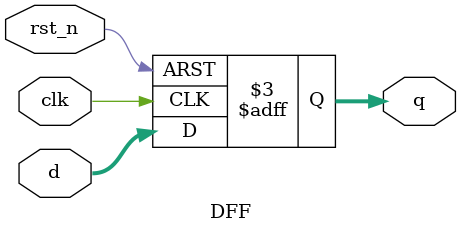
<source format=v>
module simple_systolic_array(
    input clk,
    input rst_n,
    input valid_in,
    input [11:0] matrix_a_in,
    input [11:0] matrix_b_in,
    output [23:0] matrix_c_out,
    output valid_out
);
 wire [3:0] a1,a2,a3,b1,b2,b3;
 wire [3:0] a2_reg,a3_reg1,a3_reg2,b2_reg,b3_reg1,b3_reg2;
 wire [8:0] c1,c2,c3,c4,c5,c6,c7,c8,c9;


DFF dff_a1(clk , rst_n , a2, a2_reg);
DFF dff_a2(clk , rst_n , a3, a3_reg1);
DFF dff_a22(clk , rst_n , a3_reg1, a3_reg2);


DFF dff_b1(clk , rst_n , b2, b2_reg);
DFF dff_b2(clk , rst_n , b3, b3_reg1);
DFF dff_b22(clk , rst_n , b3, b3_reg2);
 
 wire [3:0] a12,a23,a45,a56,a78,a89,b14,b25,b36,b47,b58,b69;
 
 pe pe1 (.clk(clk), .reset(reset), .in_a(a1), .in_b(b1), .out_a(a12), .out_b(b14), .out_c(c1));
 pe pe2 (.clk(clk), .reset(reset), .in_a(a12), .in_b(b2), .out_a(a23), .out_b(b25), .out_c(c2));
 pe pe3 (.clk(clk), .reset(reset), .in_a(a23), .in_b(b3), .out_a(), .out_b(b36), .out_c(c3));
 pe pe4 (.clk(clk), .reset(reset), .in_a(a2_reg), .in_b(b14), .out_a(a45), .out_b(b47), .out_c(c4));
 pe pe5 (.clk(clk), .reset(reset), .in_a(a45), .in_b(b25), .out_a(a56), .out_b(b58), .out_c(c5));
 pe pe6 (.clk(clk), .reset(reset), .in_a(a56), .in_b(b36), .out_a(), .out_b(b69), .out_c(c6));
 pe pe7 (.clk(clk), .reset(reset), .in_a(a3_reg2), .in_b(b47), .out_a(a78), .out_b(), .out_c(c7));
 pe pe8 (.clk(clk), .reset(reset), .in_a(a78), .in_b(b58), .out_a(a89), .out_b(), .out_c(c8));
 pe pe9 (.clk(clk), .reset(reset), .in_a(a89), .in_b(b69), .out_a(), .out_b(), .out_c(c9));

endmodule

module PE(clk,reset,in_a,in_b,out_a,out_b,out_c);

 parameter data_size=8;
 input wire reset,clk;
 input wire [data_size-1:0] in_a,in_b;
 output reg [2*data_size:0] out_c;
 output reg [data_size-1:0] out_a,out_b;

 always @(posedge clk)begin
    if(reset) begin
      out_a=0;
      out_b=0;
      out_c=0;
    end
    else begin  
      out_c=out_c+in_a*in_b;
      out_a=in_a;
      out_b=in_b;
    end
 end
 
endmodule

module DFF(
    input clk,
    input rst_n,
    input [3:0] d,
    output reg [3:0] q
);

    always @(posedge clk or negedge rst_n) begin
        if (!rst_n) begin
            q <= 0;
        end else begin
            q <= d;
        end
    end
endmodule
</source>
